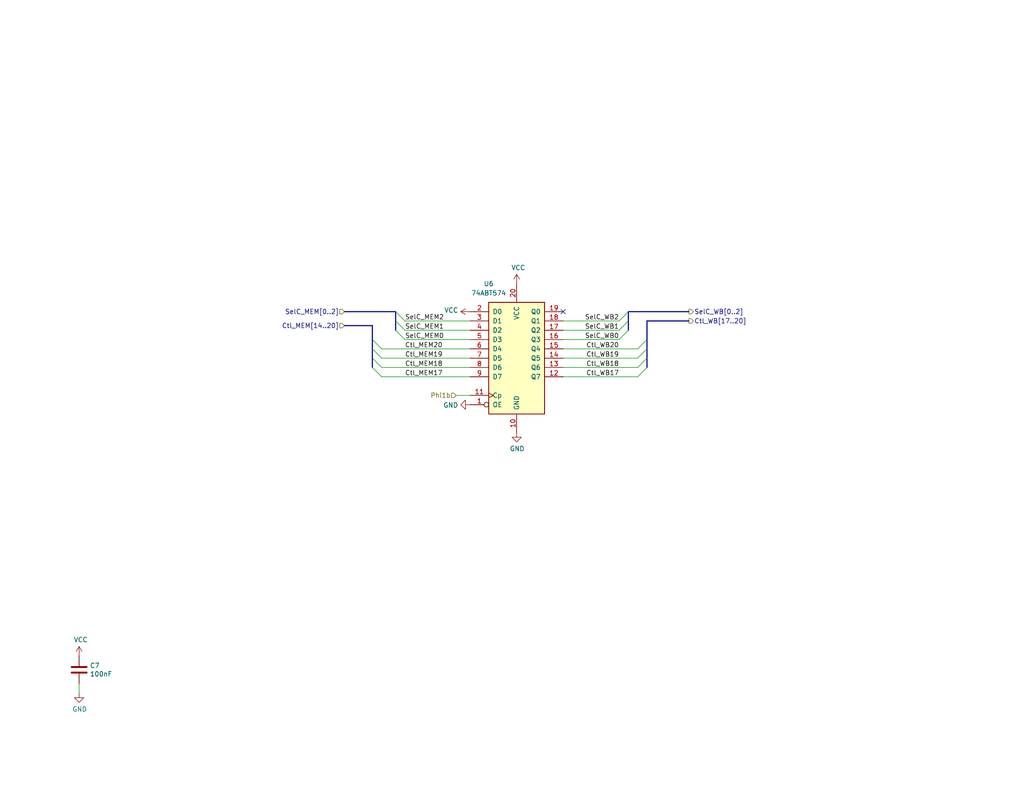
<source format=kicad_sch>
(kicad_sch (version 20230121) (generator eeschema)
  (paper "USLetter")
  (title_block (title "MEM/WB: Control Word Register") (date "2023-03-22") (rev "B"))
  (lib_symbols
    (symbol "74xx:74LS574" (pin_names (offset 1.016))
      (property "Reference" "U" (at -7.62 16.51 0))
      (property "Value" "74LS574" (at -7.62 -16.51 0))
      (symbol "74LS574_1_0"
        (pin input inverted (at -12.7 -12.7 0) (length 5.08) (name "OE") (number "1"))
        (pin power_in line (at 0 -20.32 90) (length 5.08) (name "GND") (number "10"))
        (pin input clock (at -12.7 -10.16 0) (length 5.08) (name "Cp") (number "11"))
        (pin tri_state line (at 12.7 -5.08 180) (length 5.08) (name "Q7") (number "12"))
        (pin tri_state line (at 12.7 -2.54 180) (length 5.08) (name "Q6") (number "13"))
        (pin tri_state line (at 12.7 0 180) (length 5.08) (name "Q5") (number "14"))
        (pin tri_state line (at 12.7 2.54 180) (length 5.08) (name "Q4") (number "15"))
        (pin tri_state line (at 12.7 5.08 180) (length 5.08) (name "Q3") (number "16"))
        (pin tri_state line (at 12.7 7.62 180) (length 5.08) (name "Q2") (number "17"))
        (pin tri_state line (at 12.7 10.16 180) (length 5.08) (name "Q1") (number "18"))
        (pin tri_state line (at 12.7 12.7 180) (length 5.08) (name "Q0") (number "19"))
        (pin input line (at -12.7 12.7 0) (length 5.08) (name "D0") (number "2"))
        (pin power_in line (at 0 20.32 270) (length 5.08) (name "VCC") (number "20"))
        (pin input line (at -12.7 10.16 0) (length 5.08) (name "D1") (number "3"))
        (pin input line (at -12.7 7.62 0) (length 5.08) (name "D2") (number "4"))
        (pin input line (at -12.7 5.08 0) (length 5.08) (name "D3") (number "5"))
        (pin input line (at -12.7 2.54 0) (length 5.08) (name "D4") (number "6"))
        (pin input line (at -12.7 0 0) (length 5.08) (name "D5") (number "7"))
        (pin input line (at -12.7 -2.54 0) (length 5.08) (name "D6") (number "8"))
        (pin input line (at -12.7 -5.08 0) (length 5.08) (name "D7") (number "9"))
      )
      (symbol "74LS574_1_1"
        (rectangle (start -7.62 15.24) (end 7.62 -15.24) (stroke (width 0.254)) (fill (type background)))
      )
    )
    (symbol "Device:C" (pin_numbers hide) (pin_names (offset 0.254))
      (property "Reference" "C" (at 0.635 2.54 0))
      (property "Value" "C" (at 0.635 -2.54 0))
      (symbol "C_0_1"
        (polyline (pts (xy -2.032 -0.762) (xy 2.032 -0.762)) (stroke (width 0.508)))
        (polyline (pts (xy -2.032 0.762) (xy 2.032 0.762)) (stroke (width 0.508)))
      )
      (symbol "C_1_1"
        (pin passive line (at 0 3.81 270) (length 2.794) (name "~") (number "1"))
        (pin passive line (at 0 -3.81 90) (length 2.794) (name "~") (number "2"))
      )
    )
    (symbol "power:GND" (power) (pin_names (offset 0))
      (property "Value" "GND" (at 0 -3.81 0))
      (symbol "GND_0_1"
        (polyline (pts (xy 0 0) (xy 0 -1.27) (xy 1.27 -1.27) (xy 0 -2.54) (xy -1.27 -1.27) (xy 0 -1.27)))
      )
      (symbol "GND_1_1"
        (pin power_in line (at 0 0 270) (length 0) hide (name "GND") (number "1"))
      )
    )
    (symbol "power:VCC" (power) (pin_names (offset 0))
      (property "Value" "VCC" (at 0 3.81 0))
      (symbol "VCC_0_1"
        (polyline (pts (xy -0.762 1.27) (xy 0 2.54)))
        (polyline (pts (xy 0 0) (xy 0 2.54)))
        (polyline (pts (xy 0 2.54) (xy 0.762 1.27)))
      )
      (symbol "VCC_1_1"
        (pin power_in line (at 0 0 90) (length 0) hide (name "VCC") (number "1"))
      )
    )
  )
  (no_connect (at 153.67 85.09))
  (bus_entry (at 176.53 95.25) (size -2.54 2.54))
  (bus_entry (at 176.53 100.33) (size -2.54 2.54))
  (bus_entry (at 101.6 100.33) (size 2.54 2.54))
  (bus_entry (at 171.45 90.17) (size -2.54 2.54))
  (bus_entry (at 101.6 97.79) (size 2.54 2.54))
  (bus_entry (at 176.53 92.71) (size -2.54 2.54))
  (bus_entry (at 107.95 87.63) (size 2.54 2.54))
  (bus_entry (at 107.95 85.09) (size 2.54 2.54))
  (bus_entry (at 171.45 87.63) (size -2.54 2.54))
  (bus_entry (at 107.95 90.17) (size 2.54 2.54))
  (bus_entry (at 171.45 85.09) (size -2.54 2.54))
  (bus_entry (at 176.53 97.79) (size -2.54 2.54))
  (bus_entry (at 101.6 95.25) (size 2.54 2.54))
  (bus_entry (at 101.6 92.71) (size 2.54 2.54))
  (wire (pts (xy 104.14 95.25) (xy 128.27 95.25)))
  (wire (pts (xy 173.99 97.79) (xy 153.67 97.79)))
  (wire (pts (xy 128.27 90.17) (xy 110.49 90.17)))
  (bus (pts (xy 187.96 85.09) (xy 171.45 85.09)))
  (wire (pts (xy 173.99 102.87) (xy 153.67 102.87)))
  (bus (pts (xy 107.95 85.09) (xy 107.95 87.63)))
  (bus (pts (xy 176.53 97.79) (xy 176.53 100.33)))
  (wire (pts (xy 21.59 189.23) (xy 21.59 186.69)))
  (wire (pts (xy 104.14 100.33) (xy 128.27 100.33)))
  (bus (pts (xy 107.95 87.63) (xy 107.95 90.17)))
  (bus (pts (xy 93.98 88.9) (xy 101.6 88.9)))
  (bus (pts (xy 101.6 92.71) (xy 101.6 95.25)))
  (bus (pts (xy 176.53 92.71) (xy 176.53 95.25)))
  (bus (pts (xy 176.53 87.63) (xy 176.53 92.71)))
  (bus (pts (xy 101.6 97.79) (xy 101.6 100.33)))
  (wire (pts (xy 173.99 100.33) (xy 153.67 100.33)))
  (bus (pts (xy 171.45 85.09) (xy 171.45 87.63)))
  (wire (pts (xy 173.99 95.25) (xy 153.67 95.25)))
  (bus (pts (xy 101.6 88.9) (xy 101.6 92.71)))
  (bus (pts (xy 187.96 87.63) (xy 176.53 87.63)))
  (bus (pts (xy 171.45 87.63) (xy 171.45 90.17)))
  (bus (pts (xy 93.98 85.09) (xy 107.95 85.09)))
  (wire (pts (xy 104.14 102.87) (xy 128.27 102.87)))
  (wire (pts (xy 104.14 97.79) (xy 128.27 97.79)))
  (bus (pts (xy 101.6 95.25) (xy 101.6 97.79)))
  (wire (pts (xy 124.46 107.95) (xy 128.27 107.95)))
  (bus (pts (xy 176.53 95.25) (xy 176.53 97.79)))
  (wire (pts (xy 168.91 87.63) (xy 153.67 87.63)))
  (wire (pts (xy 168.91 92.71) (xy 153.67 92.71)))
  (wire (pts (xy 128.27 87.63) (xy 110.49 87.63)))
  (wire (pts (xy 168.91 90.17) (xy 153.67 90.17)))
  (wire (pts (xy 128.27 92.71) (xy 110.49 92.71)))
  (label "Ctl_WB19" (at 168.91 97.79 180))
  (label "SelC_WB0" (at 168.91 92.71 180))
  (label "Ctl_MEM20" (at 110.49 95.25 0))
  (label "Ctl_WB18" (at 168.91 100.33 180))
  (label "SelC_MEM1" (at 110.49 90.17 0))
  (label "SelC_WB2" (at 168.91 87.63 180))
  (label "SelC_MEM2" (at 110.49 87.63 0))
  (label "SelC_MEM0" (at 110.49 92.71 0))
  (label "SelC_WB1" (at 168.91 90.17 180))
  (label "Ctl_MEM17" (at 110.49 102.87 0))
  (label "Ctl_MEM19" (at 110.49 97.79 0))
  (label "Ctl_WB20" (at 168.91 95.25 180))
  (label "Ctl_MEM18" (at 110.49 100.33 0))
  (label "Ctl_WB17" (at 168.91 102.87 180))
  (hierarchical_label "Ctl_WB[17..20]" (shape output) (at 187.96 87.63 0))
  (hierarchical_label "SelC_WB[0..2]" (shape output) (at 187.96 85.09 0))
  (hierarchical_label "SelC_MEM[0..2]" (shape input) (at 93.98 85.09 180))
  (hierarchical_label "Ctl_MEM[14..20]" (shape input) (at 93.98 88.9 180))
  (hierarchical_label "Phi1b" (shape input) (at 124.46 107.95 180))
  (symbol (lib_id "power:VCC") (at 128.27 85.09 90) (unit 1)
    (property "Reference" "#PWR098" (effects hide))
    (property "Value" "VCC" (at 125.0442 84.709 90) (effects (justify left)))
  )
  (symbol (lib_id "power:GND") (at 128.27 110.49 270) (unit 1)
    (property "Reference" "#PWR099" (effects hide))
    (property "Value" "GND" (at 125.0188 110.617 90) (effects (justify right)))
  )
  (symbol (lib_id "power:GND") (at 140.97 118.11 0) (unit 1)
    (property "Reference" "#PWR0101" (effects hide))
    (property "Value" "GND" (at 141.097 122.5042 0))
  )
  (symbol (lib_id "power:VCC") (at 140.97 77.47 0) (unit 1)
    (property "Reference" "#PWR0100" (effects hide))
    (property "Value" "VCC" (at 141.4018 73.0758 0))
  )
  (symbol (lib_id "74xx:74LS574") (at 140.97 97.79 0) (unit 1)
    (property "Reference" "U6" (at 133.35 77.47 0))
    (property "Value" "74ABT574" (at 133.35 80.01 0))
    (property "Footprint" "Package_SO:TSSOP-20_4.4x6.5mm_P0.65mm" (effects hide))
    (property "Datasheet" "http://www.ti.com/lit/gpn/sn74LS574" (effects hide))
    (property "Mouser" "https://www.mouser.com/ProductDetail/Texas-Instruments/SN74ABT574APWR?qs=0OT4q4QBUTK6FyQPmQhDOg%3D%3D" (effects hide))
  )
  (symbol (lib_id "Device:C") (at 21.59 182.88 0) (unit 1)
    (property "Reference" "C7" (at 24.511 181.7116 0) (effects (justify left)))
    (property "Value" "100nF" (at 24.511 184.023 0) (effects (justify left)))
    (property "Footprint" "Capacitor_SMD:C_0603_1608Metric_Pad1.08x0.95mm_HandSolder" (effects hide))
    (property "Mouser" "https://www.mouser.com/ProductDetail/963-EMK107B7104KAHT" (effects hide))
  )
  (symbol (lib_id "power:VCC") (at 21.59 179.07 0) (unit 1)
    (property "Reference" "#PWR096" (effects hide))
    (property "Value" "VCC" (at 22.0218 174.6758 0))
  )
  (symbol (lib_id "power:GND") (at 21.59 189.23 0) (unit 1)
    (property "Reference" "#PWR097" (effects hide))
    (property "Value" "GND" (at 21.717 193.6242 0))
  )
)
</source>
